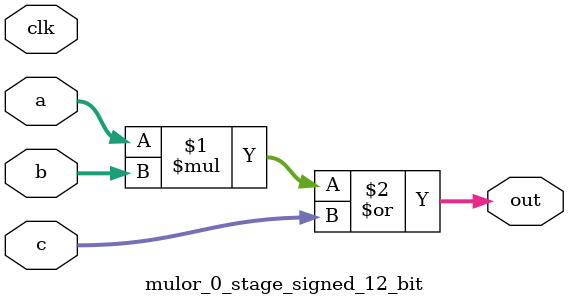
<source format=sv>
(* use_dsp = "yes" *) module mulor_0_stage_signed_12_bit(
	input signed [11:0] a,
	input signed [11:0] b,
	input signed [11:0] c,
	output [11:0] out,
	input clk);

	assign out = (a * b) | c;
endmodule

</source>
